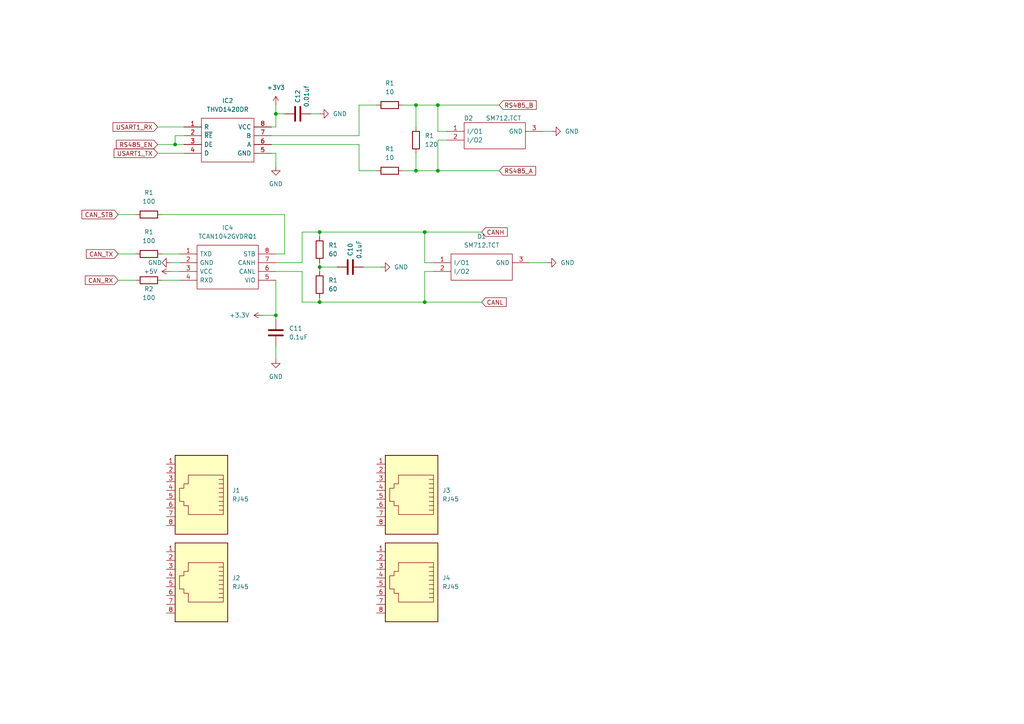
<source format=kicad_sch>
(kicad_sch (version 20230121) (generator eeschema)
  (paper "A4")
  (lib_symbols
    (symbol "Connector:RJ45" (pin_names (offset 1.016))
      (property "Reference" "J" (at -5.08 13.97 0))
      (property "Value" "RJ45" (at 2.54 13.97 0))
      (symbol "RJ45_0_1"
        (polyline (pts (xy -5.08 4.445) (xy -6.35 4.445)))
        (polyline (pts (xy -5.08 5.715) (xy -6.35 5.715)))
        (polyline (pts (xy -6.35 -3.175) (xy -5.08 -3.175) (xy -5.08 -3.175)))
        (polyline (pts (xy -6.35 -1.905) (xy -5.08 -1.905) (xy -5.08 -1.905)))
        (polyline (pts (xy -6.35 -0.635) (xy -5.08 -0.635) (xy -5.08 -0.635)))
        (polyline (pts (xy -6.35 0.635) (xy -5.08 0.635) (xy -5.08 0.635)))
        (polyline (pts (xy -6.35 1.905) (xy -5.08 1.905) (xy -5.08 1.905)))
        (polyline (pts (xy -5.08 3.175) (xy -6.35 3.175) (xy -6.35 3.175)))
        (polyline (pts (xy -6.35 -4.445) (xy -6.35 6.985) (xy 3.81 6.985) (xy 3.81 4.445) (xy 5.08 4.445) (xy 5.08 3.175) (xy 6.35 3.175) (xy 6.35 -0.635) (xy 5.08 -0.635) (xy 5.08 -1.905) (xy 3.81 -1.905) (xy 3.81 -4.445) (xy -6.35 -4.445) (xy -6.35 -4.445)))
        (rectangle (start 7.62 12.7) (end -7.62 -10.16) (stroke (width 0.254)) (fill (type background)))
      )
      (symbol "RJ45_1_1"
        (pin passive line (at 10.16 -7.62 180) (length 2.54) (name "~") (number "1"))
        (pin passive line (at 10.16 -5.08 180) (length 2.54) (name "~") (number "2"))
        (pin passive line (at 10.16 -2.54 180) (length 2.54) (name "~") (number "3"))
        (pin passive line (at 10.16 0 180) (length 2.54) (name "~") (number "4"))
        (pin passive line (at 10.16 2.54 180) (length 2.54) (name "~") (number "5"))
        (pin passive line (at 10.16 5.08 180) (length 2.54) (name "~") (number "6"))
        (pin passive line (at 10.16 7.62 180) (length 2.54) (name "~") (number "7"))
        (pin passive line (at 10.16 10.16 180) (length 2.54) (name "~") (number "8"))
      )
    )
    (symbol "Device:C" (pin_numbers hide) (pin_names (offset 0.254))
      (property "Reference" "C" (at 0.635 2.54 0))
      (property "Value" "C" (at 0.635 -2.54 0))
      (symbol "C_0_1"
        (polyline (pts (xy -2.032 -0.762) (xy 2.032 -0.762)) (stroke (width 0.508)))
        (polyline (pts (xy -2.032 0.762) (xy 2.032 0.762)) (stroke (width 0.508)))
      )
      (symbol "C_1_1"
        (pin passive line (at 0 3.81 270) (length 2.794) (name "~") (number "1"))
        (pin passive line (at 0 -3.81 90) (length 2.794) (name "~") (number "2"))
      )
    )
    (symbol "Device:R" (pin_numbers hide) (pin_names (offset 0))
      (property "Reference" "R" (at 2.032 0 90))
      (property "Value" "R" (at 0 0 90))
      (symbol "R_0_1"
        (rectangle (start -1.016 -2.54) (end 1.016 2.54) (stroke (width 0.254)))
      )
      (symbol "R_1_1"
        (pin passive line (at 0 3.81 270) (length 1.27) (name "~") (number "1"))
        (pin passive line (at 0 -3.81 90) (length 1.27) (name "~") (number "2"))
      )
    )
    (symbol "RedPinkAzuriBoard:SM712.TCT" (pin_names (offset 0.762))
      (property "Reference" "D" (at 24.13 7.62 0))
      (property "Value" "SM712.TCT" (at 24.13 5.08 0))
      (symbol "SM712.TCT_0_0"
        (pin passive line (at 0 0 0) (length 5.08) (name "I/O1") (number "1"))
        (pin passive line (at 0 -2.54 0) (length 5.08) (name "I/O2") (number "2"))
        (pin passive line (at 27.94 0 180) (length 5.08) (name "GND") (number "3"))
      )
      (symbol "SM712.TCT_0_1"
        (polyline (pts (xy 5.08 2.54) (xy 22.86 2.54) (xy 22.86 -5.08) (xy 5.08 -5.08) (xy 5.08 2.54)) (stroke (width 0.1524)))
      )
    )
    (symbol "RedPinkAzuriBoard:TCAN1042GVDRQ1" (pin_names (offset 0.762))
      (property "Reference" "IC" (at 24.13 7.62 0))
      (property "Value" "TCAN1042GVDRQ1" (at 24.13 5.08 0))
      (symbol "TCAN1042GVDRQ1_0_0"
        (pin passive line (at 0 0 0) (length 5.08) (name "TXD") (number "1"))
        (pin passive line (at 0 -2.54 0) (length 5.08) (name "GND") (number "2"))
        (pin passive line (at 0 -5.08 0) (length 5.08) (name "VCC") (number "3"))
        (pin passive line (at 0 -7.62 0) (length 5.08) (name "RXD") (number "4"))
        (pin passive line (at 27.94 -7.62 180) (length 5.08) (name "VIO") (number "5"))
        (pin passive line (at 27.94 -5.08 180) (length 5.08) (name "CANL") (number "6"))
        (pin passive line (at 27.94 -2.54 180) (length 5.08) (name "CANH") (number "7"))
        (pin passive line (at 27.94 0 180) (length 5.08) (name "STB") (number "8"))
      )
      (symbol "TCAN1042GVDRQ1_0_1"
        (polyline (pts (xy 5.08 2.54) (xy 22.86 2.54) (xy 22.86 -10.16) (xy 5.08 -10.16) (xy 5.08 2.54)) (stroke (width 0.1524)))
      )
    )
    (symbol "RedPinkAzuriBoard:THVD1420DR" (pin_names (offset 0.762))
      (property "Reference" "IC" (at 21.59 7.62 0))
      (property "Value" "THVD1420DR" (at 21.59 5.08 0))
      (symbol "THVD1420DR_0_0"
        (pin passive line (at 0 0 0) (length 5.08) (name "R") (number "1"))
        (pin passive line (at 0 -2.54 0) (length 5.08) (name "~{RE}") (number "2"))
        (pin passive line (at 0 -5.08 0) (length 5.08) (name "DE") (number "3"))
        (pin passive line (at 0 -7.62 0) (length 5.08) (name "D") (number "4"))
        (pin passive line (at 25.4 -7.62 180) (length 5.08) (name "GND") (number "5"))
        (pin passive line (at 25.4 -5.08 180) (length 5.08) (name "A") (number "6"))
        (pin passive line (at 25.4 -2.54 180) (length 5.08) (name "B") (number "7"))
        (pin passive line (at 25.4 0 180) (length 5.08) (name "VCC") (number "8"))
      )
      (symbol "THVD1420DR_0_1"
        (polyline (pts (xy 5.08 2.54) (xy 20.32 2.54) (xy 20.32 -10.16) (xy 5.08 -10.16) (xy 5.08 2.54)) (stroke (width 0.1524)))
      )
    )
    (symbol "power:+3.3V" (power) (pin_names (offset 0))
      (property "Value" "+3.3V" (at 0 3.556 0))
      (symbol "+3.3V_0_1"
        (polyline (pts (xy -0.762 1.27) (xy 0 2.54)))
        (polyline (pts (xy 0 0) (xy 0 2.54)))
        (polyline (pts (xy 0 2.54) (xy 0.762 1.27)))
      )
      (symbol "+3.3V_1_1"
        (pin power_in line (at 0 0 90) (length 0) hide (name "+3.3V") (number "1"))
      )
    )
    (symbol "power:+3V3" (power) (pin_names (offset 0))
      (property "Value" "+3V3" (at 0 3.556 0))
      (symbol "+3V3_0_1"
        (polyline (pts (xy -0.762 1.27) (xy 0 2.54)))
        (polyline (pts (xy 0 0) (xy 0 2.54)))
        (polyline (pts (xy 0 2.54) (xy 0.762 1.27)))
      )
      (symbol "+3V3_1_1"
        (pin power_in line (at 0 0 90) (length 0) hide (name "+3V3") (number "1"))
      )
    )
    (symbol "power:+5V" (power) (pin_names (offset 0))
      (property "Value" "+5V" (at 0 3.556 0))
      (symbol "+5V_0_1"
        (polyline (pts (xy -0.762 1.27) (xy 0 2.54)))
        (polyline (pts (xy 0 0) (xy 0 2.54)))
        (polyline (pts (xy 0 2.54) (xy 0.762 1.27)))
      )
      (symbol "+5V_1_1"
        (pin power_in line (at 0 0 90) (length 0) hide (name "+5V") (number "1"))
      )
    )
    (symbol "power:GND" (power) (pin_names (offset 0))
      (property "Value" "GND" (at 0 -3.81 0))
      (symbol "GND_0_1"
        (polyline (pts (xy 0 0) (xy 0 -1.27) (xy 1.27 -1.27) (xy 0 -2.54) (xy -1.27 -1.27) (xy 0 -1.27)))
      )
      (symbol "GND_1_1"
        (pin power_in line (at 0 0 270) (length 0) hide (name "GND") (number "1"))
      )
    )
  )
  (junction (at 120.65 30.48))
  (junction (at 127 49.53))
  (junction (at 80.01 91.44))
  (junction (at 50.8 41.91))
  (junction (at 120.65 49.53))
  (junction (at 92.71 87.63))
  (junction (at 80.01 33.02))
  (junction (at 92.71 77.47))
  (junction (at 123.19 87.63))
  (junction (at 127 30.48))
  (junction (at 92.71 67.31))
  (junction (at 123.19 67.31))
  (wire (pts (xy 127 38.1) (xy 129.54 38.1)))
  (wire (pts (xy 127 30.48) (xy 127 38.1)))
  (wire (pts (xy 104.14 49.53) (xy 109.22 49.53)))
  (wire (pts (xy 104.14 41.91) (xy 104.14 49.53)))
  (wire (pts (xy 80.01 81.28) (xy 80.01 91.44)))
  (wire (pts (xy 116.84 30.48) (xy 120.65 30.48)))
  (wire (pts (xy 92.71 76.2) (xy 92.71 77.47)))
  (wire (pts (xy 80.01 91.44) (xy 80.01 92.71)))
  (wire (pts (xy 80.01 100.33) (xy 80.01 104.14)))
  (wire (pts (xy 45.72 36.83) (xy 53.34 36.83)))
  (wire (pts (xy 90.17 33.02) (xy 92.71 33.02)))
  (wire (pts (xy 116.84 49.53) (xy 120.65 49.53)))
  (wire (pts (xy 123.19 78.74) (xy 123.19 87.63)))
  (wire (pts (xy 46.99 73.66) (xy 52.07 73.66)))
  (wire (pts (xy 50.8 39.37) (xy 50.8 41.91)))
  (wire (pts (xy 78.74 41.91) (xy 104.14 41.91)))
  (wire (pts (xy 82.55 73.66) (xy 82.55 62.23)))
  (wire (pts (xy 80.01 33.02) (xy 80.01 36.83)))
  (wire (pts (xy 129.54 40.64) (xy 127 40.64)))
  (wire (pts (xy 104.14 30.48) (xy 104.14 39.37)))
  (wire (pts (xy 87.63 76.2) (xy 87.63 67.31)))
  (wire (pts (xy 127 40.64) (xy 127 49.53)))
  (wire (pts (xy 87.63 87.63) (xy 92.71 87.63)))
  (wire (pts (xy 92.71 67.31) (xy 92.71 68.58)))
  (wire (pts (xy 87.63 78.74) (xy 87.63 87.63)))
  (wire (pts (xy 157.48 38.1) (xy 160.02 38.1)))
  (wire (pts (xy 78.74 44.45) (xy 80.01 44.45)))
  (wire (pts (xy 78.74 39.37) (xy 104.14 39.37)))
  (wire (pts (xy 105.41 77.47) (xy 110.49 77.47)))
  (wire (pts (xy 80.01 33.02) (xy 82.55 33.02)))
  (wire (pts (xy 127 49.53) (xy 120.65 49.53)))
  (wire (pts (xy 123.19 67.31) (xy 139.7 67.31)))
  (wire (pts (xy 80.01 76.2) (xy 87.63 76.2)))
  (wire (pts (xy 87.63 67.31) (xy 92.71 67.31)))
  (wire (pts (xy 125.73 76.2) (xy 123.19 76.2)))
  (wire (pts (xy 125.73 78.74) (xy 123.19 78.74)))
  (wire (pts (xy 34.29 73.66) (xy 39.37 73.66)))
  (wire (pts (xy 120.65 30.48) (xy 127 30.48)))
  (wire (pts (xy 46.99 81.28) (xy 52.07 81.28)))
  (wire (pts (xy 50.8 41.91) (xy 53.34 41.91)))
  (wire (pts (xy 34.29 81.28) (xy 39.37 81.28)))
  (wire (pts (xy 92.71 87.63) (xy 123.19 87.63)))
  (wire (pts (xy 80.01 78.74) (xy 87.63 78.74)))
  (wire (pts (xy 92.71 67.31) (xy 123.19 67.31)))
  (wire (pts (xy 49.53 76.2) (xy 52.07 76.2)))
  (wire (pts (xy 46.99 62.23) (xy 82.55 62.23)))
  (wire (pts (xy 153.67 76.2) (xy 158.75 76.2)))
  (wire (pts (xy 123.19 87.63) (xy 139.7 87.63)))
  (wire (pts (xy 53.34 39.37) (xy 50.8 39.37)))
  (wire (pts (xy 34.29 62.23) (xy 39.37 62.23)))
  (wire (pts (xy 80.01 73.66) (xy 82.55 73.66)))
  (wire (pts (xy 92.71 77.47) (xy 92.71 78.74)))
  (wire (pts (xy 123.19 67.31) (xy 123.19 76.2)))
  (wire (pts (xy 92.71 77.47) (xy 97.79 77.47)))
  (wire (pts (xy 45.72 44.45) (xy 53.34 44.45)))
  (wire (pts (xy 76.2 91.44) (xy 80.01 91.44)))
  (wire (pts (xy 49.53 78.74) (xy 52.07 78.74)))
  (wire (pts (xy 127 30.48) (xy 144.78 30.48)))
  (wire (pts (xy 92.71 86.36) (xy 92.71 87.63)))
  (wire (pts (xy 120.65 36.83) (xy 120.65 30.48)))
  (wire (pts (xy 45.72 41.91) (xy 50.8 41.91)))
  (wire (pts (xy 80.01 30.48) (xy 80.01 33.02)))
  (wire (pts (xy 80.01 44.45) (xy 80.01 48.26)))
  (wire (pts (xy 120.65 49.53) (xy 120.65 44.45)))
  (wire (pts (xy 104.14 30.48) (xy 109.22 30.48)))
  (wire (pts (xy 127 49.53) (xy 144.78 49.53)))
  (wire (pts (xy 78.74 36.83) (xy 80.01 36.83)))
  (global_label "CAN_RX" (shape input) (at 34.29 81.28 180) (property "Intersheetrefs" "${INTERSHEET_REFS}" (effects hide)))
  (global_label "CAN_STB" (shape input) (at 34.29 62.23 180) (property "Intersheetrefs" "${INTERSHEET_REFS}" (effects hide)))
  (global_label "RS485_EN" (shape input) (at 45.72 41.91 180) (property "Intersheetrefs" "${INTERSHEET_REFS}" (effects hide)))
  (global_label "CAN_TX" (shape input) (at 34.29 73.66 180) (property "Intersheetrefs" "${INTERSHEET_REFS}" (effects hide)))
  (global_label "RS485_A" (shape input) (at 144.78 49.53 0) (property "Intersheetrefs" "${INTERSHEET_REFS}" (effects hide)))
  (global_label "CANH" (shape input) (at 139.7 67.31 0) (property "Intersheetrefs" "${INTERSHEET_REFS}" (effects hide)))
  (global_label "USART1_TX" (shape input) (at 45.72 44.45 180) (property "Intersheetrefs" "${INTERSHEET_REFS}" (effects hide)))
  (global_label "RS485_B" (shape input) (at 144.78 30.48 0) (property "Intersheetrefs" "${INTERSHEET_REFS}" (effects hide)))
  (global_label "CANL" (shape input) (at 139.7 87.63 0) (property "Intersheetrefs" "${INTERSHEET_REFS}" (effects hide)))
  (global_label "USART1_RX" (shape input) (at 45.72 36.83 180) (property "Intersheetrefs" "${INTERSHEET_REFS}" (effects hide)))
  (symbol (lib_id "Device:R") (at 92.71 82.55 180) (unit 1)
    (property "Reference" "R1" (at 95.25 81.28 0) (effects (justify right)))
    (property "Value" "60" (at 95.25 83.82 0) (effects (justify right)))
    (instances (project "RedPinkAzuriBoard" (path "" (reference "R1") (unit 1)) (path "" (reference "R4") (unit 1))))
  )
  (symbol (lib_id "power:GND") (at 160.02 38.1 90) (unit 1)
    (property "Reference" "#PWR027" (effects hide))
    (property "Value" "GND" (at 163.83 38.1 90) (effects (justify right)))
  )
  (symbol (lib_id "power:GND") (at 92.71 33.02 90) (unit 1)
    (property "Reference" "#PWR026" (effects hide))
    (property "Value" "GND" (at 96.52 33.02 90) (effects (justify right)))
  )
  (symbol (lib_id "Device:R") (at 43.18 73.66 90) (unit 1)
    (property "Reference" "R1" (at 43.18 67.31 90))
    (property "Value" "100" (at 43.18 69.85 90))
  )
  (symbol (lib_id "power:GND") (at 158.75 76.2 90) (unit 1)
    (property "Reference" "#PWR024" (effects hide))
    (property "Value" "GND" (at 162.56 76.2 90) (effects (justify right)))
  )
  (symbol (lib_id "RedPinkAzuriBoard:TCAN1042GVDRQ1") (at 52.07 73.66 0) (unit 1)
    (property "Reference" "IC4" (at 66.04 66.04 0))
    (property "Value" "TCAN1042GVDRQ1" (at 66.04 68.58 0))
    (property "Footprint" "SOIC127P600X175-8N" (effects hide))
    (property "Datasheet" "http://www.ti.com/lit/gpn/TCAN1042GV-Q1" (effects hide))
    (property "Description" "Automotive Fault Protected CAN Transceiver With Flexible Data-Rate" (effects hide))
    (property "Height" "1.75" (effects hide))
    (property "Manufacturer_Name" "Texas Instruments" (effects hide))
    (property "Manufacturer_Part_Number" "TCAN1042GVDRQ1" (effects hide))
    (property "Arrow Part Number" "TCAN1042GVDRQ1" (effects hide))
    (property "Arrow Price/Stock" "https://www.arrow.com/en/products/tcan1042gvdrq1/texas-instruments?utm_currency=USD&region=europe" (effects hide))
  )
  (symbol (lib_id "power:GND") (at 80.01 104.14 0) (unit 1)
    (property "Reference" "#PWR021" (effects hide))
    (property "Value" "GND" (at 80.01 109.22 0))
  )
  (symbol (lib_id "power:+3V3") (at 80.01 30.48 0) (unit 1)
    (property "Reference" "#PWR03" (effects hide))
    (property "Value" "+3V3" (at 80.01 25.4 0))
  )
  (symbol (lib_id "Device:R") (at 43.18 81.28 90) (unit 1)
    (property "Reference" "R2" (at 43.18 83.82 90))
    (property "Value" "100" (at 43.18 86.36 90))
  )
  (symbol (lib_id "power:+5V") (at 49.53 78.74 90) (unit 1)
    (property "Reference" "#PWR020" (effects hide))
    (property "Value" "+5V" (at 45.72 78.74 90) (effects (justify left)))
  )
  (symbol (lib_id "RedPinkAzuriBoard:THVD1420DR") (at 53.34 36.83 0) (unit 1)
    (property "Reference" "IC2" (at 66.04 29.21 0))
    (property "Value" "THVD1420DR" (at 66.04 31.75 0))
    (property "Footprint" "SOIC127P600X175-8N" (effects hide))
    (property "Datasheet" "https://www.ti.com/lit/ds/symlink/thvd1420.pdf?ts=1627460855173&ref_url=https%253A%252F%252Fwww.google.com%252F" (effects hide))
    (property "Description" "RS-422/RS-485 Interface IC 3.3-V to 5-V RS-485 transceiver with +/-8-kV IEC ESD protection" (effects hide))
    (property "Height" "1.75" (effects hide))
    (property "Mouser Part Number" "595-THVD1420DR" (effects hide))
    (property "Mouser Price/Stock" "https://www.mouser.co.uk/ProductDetail/Texas-Instruments/THVD1420DR?qs=iLbezkQI%252Bsio9fbTvISdEg%3D%3D" (effects hide))
    (property "Manufacturer_Name" "Texas Instruments" (effects hide))
    (property "Manufacturer_Part_Number" "THVD1420DR" (effects hide))
    (instances (project "RedPinkAzuriBoard" (path "" (reference "IC2") (unit 1)) (path "" (reference "IC3") (unit 1))))
  )
  (symbol (lib_id "Device:C") (at 101.6 77.47 90) (unit 1)
    (property "Reference" "C10" (at 101.6 72.39 0))
    (property "Value" "0.1uF" (at 104.14 72.39 0))
  )
  (symbol (lib_id "Device:R") (at 120.65 40.64 0) (unit 1)
    (property "Reference" "R1" (at 123.19 39.37 0) (effects (justify left)))
    (property "Value" "120" (at 123.19 41.91 0) (effects (justify left)))
    (instances (project "RedPinkAzuriBoard" (path "" (reference "R1") (unit 1)) (path "" (reference "R8") (unit 1))))
  )
  (symbol (lib_id "Connector:RJ45") (at 58.42 167.64 180) (unit 1)
    (property "Reference" "J2" (at 67.31 167.64 0) (effects (justify right)))
    (property "Value" "RJ45" (at 67.31 170.18 0) (effects (justify right)))
  )
  (symbol (lib_id "Connector:RJ45") (at 119.38 142.24 180) (unit 1)
    (property "Reference" "J3" (at 128.27 142.24 0) (effects (justify right)))
    (property "Value" "RJ45" (at 128.27 144.78 0) (effects (justify right)))
  )
  (symbol (lib_id "RedPinkAzuriBoard:SM712.TCT") (at 129.54 38.1 0) (unit 1)
    (property "Reference" "D2" (at 135.89 34.29 0))
    (property "Value" "SM712.TCT" (at 146.05 34.29 0))
    (property "Footprint" "SOT95P237X112-3N" (effects hide))
    (property "Datasheet" "https://datasheet.datasheetarchive.com/originals/distributors/Datasheets-30/DSA-588511.pdf" (effects hide))
    (property "Description" "12V TVS Diode Array, Asymmetrical RS-485 Semtech SM712.TCT, Bi-Directional TVS Diode Array Dual, 26V, 400W, 3-Pin SOT-23" (effects hide))
    (property "Height" "1.12" (effects hide))
    (property "Manufacturer_Name" "SEMTECH" (effects hide))
    (property "Manufacturer_Part_Number" "SM712.TCT" (effects hide))
    (property "Arrow Part Number" "SM712.TCT" (effects hide))
    (property "Arrow Price/Stock" "https://www.arrow.com/en/products/sm712.tct/semtech?utm_currency=USD&region=nac" (effects hide))
  )
  (symbol (lib_id "power:GND") (at 80.01 48.26 0) (unit 1)
    (property "Reference" "#PWR025" (effects hide))
    (property "Value" "GND" (at 80.01 53.34 0))
  )
  (symbol (lib_id "power:GND") (at 110.49 77.47 90) (unit 1)
    (property "Reference" "#PWR022" (effects hide))
    (property "Value" "GND" (at 114.3 77.47 90) (effects (justify right)))
  )
  (symbol (lib_id "Connector:RJ45") (at 58.42 142.24 180) (unit 1)
    (property "Reference" "J1" (at 67.31 142.24 0) (effects (justify right)))
    (property "Value" "RJ45" (at 67.31 144.78 0) (effects (justify right)))
  )
  (symbol (lib_id "RedPinkAzuriBoard:SM712.TCT") (at 125.73 76.2 0) (unit 1)
    (property "Reference" "D1" (at 139.7 68.58 0))
    (property "Value" "SM712.TCT" (at 139.7 71.12 0))
    (property "Footprint" "SOT95P237X112-3N" (effects hide))
    (property "Datasheet" "https://datasheet.datasheetarchive.com/originals/distributors/Datasheets-30/DSA-588511.pdf" (effects hide))
    (property "Description" "12V TVS Diode Array, Asymmetrical RS-485 Semtech SM712.TCT, Bi-Directional TVS Diode Array Dual, 26V, 400W, 3-Pin SOT-23" (effects hide))
    (property "Height" "1.12" (effects hide))
    (property "Manufacturer_Name" "SEMTECH" (effects hide))
    (property "Manufacturer_Part_Number" "SM712.TCT" (effects hide))
    (property "Arrow Part Number" "SM712.TCT" (effects hide))
    (property "Arrow Price/Stock" "https://www.arrow.com/en/products/sm712.tct/semtech?utm_currency=USD&region=nac" (effects hide))
  )
  (symbol (lib_id "Device:R") (at 113.03 49.53 90) (unit 1)
    (property "Reference" "R1" (at 113.03 43.18 90))
    (property "Value" "10" (at 113.03 45.72 90))
    (instances (project "RedPinkAzuriBoard" (path "" (reference "R1") (unit 1)) (path "" (reference "R7") (unit 1))))
  )
  (symbol (lib_id "Connector:RJ45") (at 119.38 167.64 180) (unit 1)
    (property "Reference" "J4" (at 128.27 167.64 0) (effects (justify right)))
    (property "Value" "RJ45" (at 128.27 170.18 0) (effects (justify right)))
  )
  (symbol (lib_id "power:GND") (at 49.53 76.2 270) (unit 1)
    (property "Reference" "#PWR019" (effects hide))
    (property "Value" "GND" (at 46.99 76.2 90) (effects (justify right)))
  )
  (symbol (lib_id "Device:R") (at 43.18 62.23 90) (unit 1)
    (property "Reference" "R1" (at 43.18 55.88 90))
    (property "Value" "100" (at 43.18 58.42 90))
    (instances (project "RedPinkAzuriBoard" (path "" (reference "R1") (unit 1)) (path "" (reference "R5") (unit 1))))
  )
  (symbol (lib_id "Device:R") (at 113.03 30.48 90) (unit 1)
    (property "Reference" "R1" (at 113.03 24.13 90))
    (property "Value" "10" (at 113.03 26.67 90))
    (instances (project "RedPinkAzuriBoard" (path "" (reference "R1") (unit 1)) (path "" (reference "R6") (unit 1))))
  )
  (symbol (lib_id "Device:R") (at 92.71 72.39 180) (unit 1)
    (property "Reference" "R1" (at 95.25 71.12 0) (effects (justify right)))
    (property "Value" "60" (at 95.25 73.66 0) (effects (justify right)))
    (instances (project "RedPinkAzuriBoard" (path "" (reference "R1") (unit 1)) (path "" (reference "R3") (unit 1))))
  )
  (symbol (lib_id "Device:C") (at 86.36 33.02 90) (unit 1)
    (property "Reference" "C12" (at 86.36 27.94 0))
    (property "Value" "0.01uf" (at 88.9 27.94 0))
  )
  (symbol (lib_id "power:+3.3V") (at 76.2 91.44 90) (unit 1)
    (property "Reference" "#PWR023" (effects hide))
    (property "Value" "+3.3V" (at 72.39 91.44 90) (effects (justify left)))
  )
  (symbol (lib_id "Device:C") (at 80.01 96.52 0) (unit 1)
    (property "Reference" "C11" (at 83.82 95.25 0) (effects (justify left)))
    (property "Value" "0.1uF" (at 83.82 97.79 0) (effects (justify left)))
  )
)
</source>
